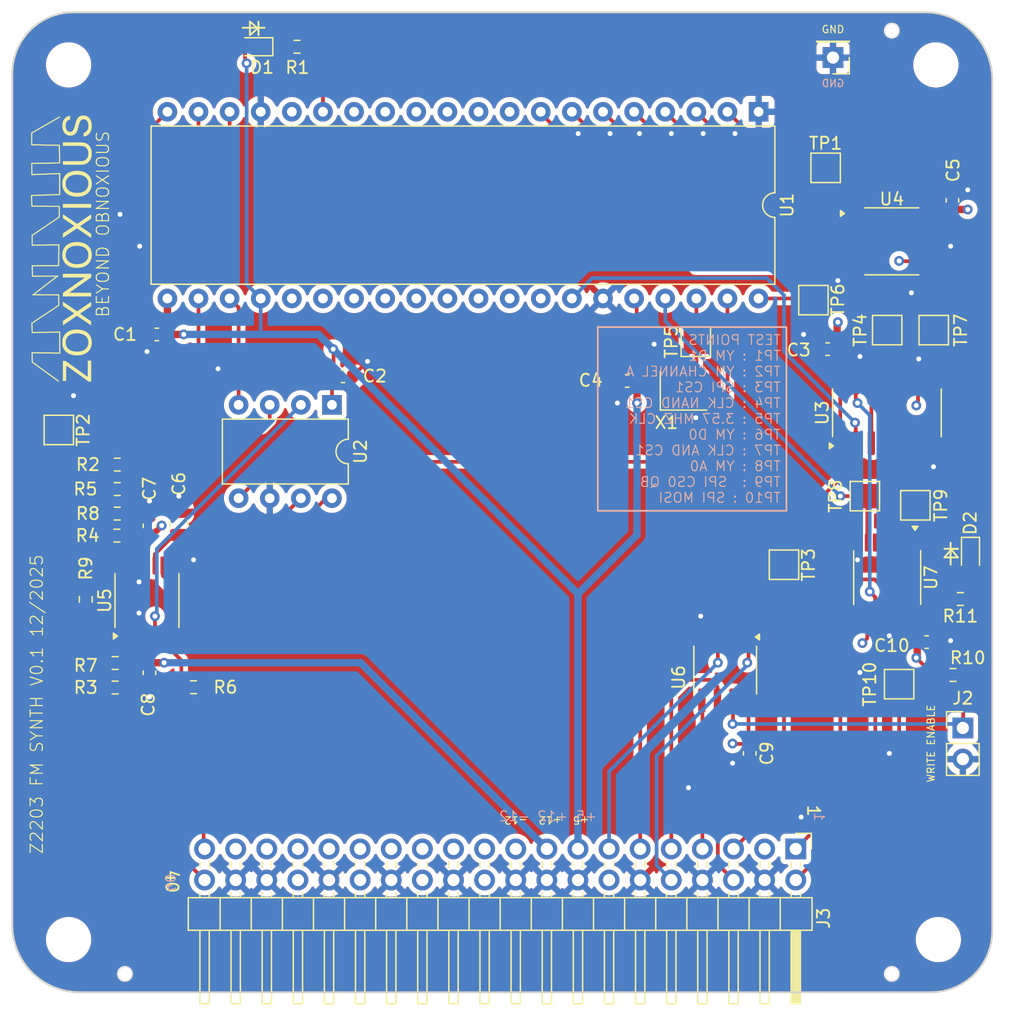
<source format=kicad_pcb>
(kicad_pcb (version 20221018) (generator pcbnew)
  (layers (0 "F.Cu" signal) (1 "In1.Cu" power) (2 "In2.Cu" mixed) (31 "B.Cu" signal) (34 "B.Paste" user) (35 "F.Paste" user) (36 "B.SilkS" user "B.Silkscreen") (37 "F.SilkS" user "F.Silkscreen") (38 "B.Mask" user) (39 "F.Mask" user) (44 "Edge.Cuts" user))
  (net 0 "")
  (net 1 "GND")
  (net 2 "-12V")
  (net 3 "Net-(U2-RB)")
  (net 4 "+12V")
  (net 5 "Net-(D1-K)")
  (net 6 "Net-(D2-K)")
  (net 7 "+5V")
  (net 8 "Net-(J2-Pin_1)")
  (net 9 "/SDA1")
  (net 10 "/SCL1")
  (net 26 "Net-(D2-A)")
  (net 27 "/I2C_ADDR0")
  (net 28 "/I2C_ADDR2")
  (net 29 "/I2C_ADDR1")
  (net 30 "/YM_CH_C")
  (net 31 "Net-(U5D--)")
  (net 32 "/YM_CH_B")
  (net 33 "/YM_CH_A")
  (net 34 "Net-(R3-Pad2)")
  (net 35 "Net-(R4-Pad2)")
  (net 36 "Net-(U5B--)")
  (net 37 "Net-(U1-IOA1)")
  (net 38 "Net-(U1-CLK_M)")
  (net 39 "/THIS_OUT2")
  (net 40 "/THIS_OUT1")
  (net 41 "/YM_A0")
  (net 42 "Net-(U5A--)")
  (net 43 "/SPI_CLK")
  (net 44 "/SPI_MOSI")
  (net 45 "/SPI_CS1")
  (net 46 "/SPI_CS0")
  (net 54 "/YM2203_SH")
  (net 55 "/YM2203_OP-O")
  (net 65 "/YM2203_CLKS")
  (net 66 "Net-(U2-BUFF)")
  (net 67 "Net-(U2-MP)")
  (net 68 "Net-(U7-QB)")
  (net 69 "Net-(U3-Pad12)")
  (net 75 "/CLK_CS1")
  (net 76 "/YM_D7")
  (net 77 "/YM_D6")
  (net 78 "/YM_D1")
  (net 79 "/YM_D2")
  (net 80 "/YM_D3")
  (net 81 "/YM_D4")
  (net 82 "/YM_D5")
  (net 83 "/YM_D0")
  (net 85 "/~CLK_CS1")
  (footprint "MountingHole:MountingHole_3.2mm_M3" (layer "F.Cu") (at 141 100.6 180)
    (fp_text reference "H4" hide)
    (fp_text value "MountingHole")
  )
  (footprint "MountingHole:MountingHole_3.2mm_M3" (layer "F.Cu") (at 140.8 29.2 180)
    (fp_text reference "H2" hide)
    (fp_text value "MountingHole")
  )
  (footprint "MountingHole:MountingHole_3.2mm_M3" (layer "F.Cu") (at 70 100.6 180)
    (fp_text reference "H3" hide)
    (fp_text value "MountingHole")
  )
  (footprint "MountingHole:MountingHole_3.2mm_M3" (layer "F.Cu") (at 70 29.2 180)
    (fp_text reference "H1" hide)
    (fp_text value "MountingHole")
  )
  (footprint "project_footprints:zoxnoxious_small" (layer "F.Cu") (at 69.4 44.2 90)
    (fp_text reference "G***" hide)
    (fp_text value "LOGO" hide)
  )
  (footprint "Resistor_SMD:R_0603_1608Metric" (layer "F.Cu") (at 88.65 27.715 180)
    (fp_text reference "R1")
    (fp_text value "4k7")
  )
  (footprint "LED_SMD:LED_0603_1608Metric" (layer "F.Cu") (at 85.1875 27.715 180)
    (fp_text reference "D1")
    (fp_text value "LED")
  )
  (footprint "Connector_PinHeader_2.54mm:PinHeader_2x20_P2.54mm_Horizontal" (layer "F.Cu") (at 129.36 93.2 -90)
    (fp_text reference "J3")
    (fp_text value "Conn_02x20_Odd_Even")
  )
  (footprint "Capacitor_SMD:C_0603_1608Metric" (layer "F.Cu") (at 125.6 85.4 90)
    (fp_text reference "C9")
    (fp_text value "0.1u")
  )
  (footprint "Package_SO:SOIC-8_3.9x4.9mm_P1.27mm" (layer "F.Cu") (at 123.6 78.6 -90)
    (fp_text reference "U6")
    (fp_text value "M24C02-WMN")
  )
  (footprint "TestPoint:TestPoint_Pad_2.0x2.0mm" (layer "F.Cu") (at 121.2 51.8 90)
    (fp_text reference "TP5")
    (fp_text value "TestPoint")
  )
  (footprint "TestPoint:TestPoint_Pad_2.0x2.0mm" (layer "F.Cu") (at 130.8 48.4 -90)
    (fp_text reference "TP6")
    (fp_text value "TestPoint")
  )
  (footprint "TestPoint:TestPoint_Pad_2.0x2.0mm" (layer "F.Cu") (at 69.2 59 -90)
    (fp_text reference "TP2")
    (fp_text value "TestPoint")
  )
  (footprint "TestPoint:TestPoint_Pad_2.0x2.0mm" (layer "F.Cu") (at 136.8225 50.85 -90)
    (fp_text reference "TP4")
    (fp_text value "TestPoint")
  )
  (footprint "Connector_PinHeader_2.54mm:PinHeader_1x02_P2.54mm_Vertical" (layer "F.Cu") (at 143 83.325)
    (fp_text reference "J2")
    (fp_text value "Conn_01x02")
  )
  (footprint "TestPoint:TestPoint_Pad_2.0x2.0mm" (layer "F.Cu") (at 131.8 37.6)
    (fp_text reference "TP1")
    (fp_text value "TestPoint")
  )
  (footprint "Resistor_SMD:R_0603_1608Metric" (layer "F.Cu") (at 73.8 78.025 180)
    (fp_text reference "R7")
    (fp_text value "47k")
  )
  (footprint "Resistor_SMD:R_0603_1608Metric" (layer "F.Cu") (at 142.7975 72.8)
    (fp_text reference "R11")
    (fp_text value "4k7")
  )
  (footprint "Package_SO:TSSOP-14_4.4x5mm_P0.65mm" (layer "F.Cu") (at 76.4 72.925 90)
    (fp_text reference "U5")
    (fp_text value "TL074")
  )
  (footprint "Capacitor_SMD:C_0603_1608Metric" (layer "F.Cu") (at 76.6 66.825 -90)
    (fp_text reference "C7")
    (fp_text value "0.1u")
  )
  (footprint "Package_SO:TSSOP-16_4.4x5mm_P0.65mm" (layer "F.Cu") (at 137.2 43.6)
    (fp_text reference "U4")
    (fp_text value "74HC595")
  )
  (footprint "Resistor_SMD:R_0603_1608Metric" (layer "F.Cu") (at 73.8 80.025 180)
    (fp_text reference "R3")
    (fp_text value "51")
  )
  (footprint "TestPoint:TestPoint_Pad_2.0x2.0mm" (layer "F.Cu") (at 139.1225 65.15 -90)
    (fp_text reference "TP9")
    (fp_text value "TestPoint")
  )
  (footprint "Resistor_SMD:R_0603_1608Metric" (layer "F.Cu") (at 80.2 80 180)
    (fp_text reference "R6")
    (fp_text value "51")
  )
  (footprint "Capacitor_SMD:C_0603_1608Metric" (layer "F.Cu") (at 92.405 54.62 180)
    (fp_text reference "C2")
    (fp_text value "0.1u")
  )
  (footprint "TestPoint:TestPoint_Pad_2.0x2.0mm" (layer "F.Cu") (at 128.4 70 -90)
    (fp_text reference "TP3")
    (fp_text value "TestPoint")
  )
  (footprint "Capacitor_SMD:C_0805_2012Metric" (layer "F.Cu") (at 79 66.625 90)
    (fp_text reference "C6")
    (fp_text value "10u")
  )
  (footprint "TestPoint:TestPoint_Pad_2.0x2.0mm" (layer "F.Cu") (at 137.8 79.75 -90)
    (fp_text reference "TP10")
    (fp_text value "TestPoint")
  )
  (footprint "Package_SO:TSSOP-16_4.4x5mm_P0.65mm" (layer "F.Cu") (at 136.8225 71.05 -90)
    (fp_text reference "U7")
    (fp_text value "74HC595")
  )
  (footprint "Oscillator:Oscillator_SMD_Abracon_ASE-4Pin_3.2x2.5mm" (layer "F.Cu") (at 120.2 55.8)
    (fp_text reference "X1")
    (fp_text value "SX3M3.57")
  )
  (footprint "Capacitor_SMD:C_0603_1608Metric" (layer "F.Cu") (at 131.96 52.4)
    (fp_text reference "C3")
    (fp_text value "0.1u")
  )
  (footprint "LED_SMD:LED_0603_1608Metric" (layer "F.Cu") (at 143.6225 69.25 -90)
    (fp_text reference "D2")
    (fp_text value "LED")
  )
  (footprint "TestPoint:TestPoint_Pad_2.0x2.0mm" (layer "F.Cu") (at 135 64.4 -90)
    (fp_text reference "TP8")
    (fp_text value "TestPoint")
  )
  (footprint "Resistor_SMD:R_0603_1608Metric" (layer "F.Cu") (at 73.975 65.825)
    (fp_text reference "R8")
    (fp_text value "47k")
  )
  (footprint "Resistor_SMD:R_0603_1608Metric" (layer "F.Cu") (at 71.4 72.825 -90)
    (fp_text reference "R9")
    (fp_text value "47k")
  )
  (footprint "Capacitor_SMD:C_0603_1608Metric" (layer "F.Cu") (at 76.6 78.825 90)
    (fp_text reference "C8")
    (fp_text value "0.1u")
  )
  (footprint "Package_DIP:DIP-8_W7.62mm" (layer "F.Cu") (at 91.5 56.95 -90)
    (fp_text reference "U2")
    (fp_text value "YM3014")
  )
  (footprint "Capacitor_SMD:C_0603_1608Metric" (layer "F.Cu") (at 115.6 55)
    (fp_text reference "C4")
    (fp_text value "0.1u")
  )
  (footprint "Package_SO:SOIC-14_3.9x8.7mm_P1.27mm" (layer "F.Cu") (at 136.8 57.6 90)
    (fp_text reference "U3")
    (fp_text value "74HC00")
  )
  (footprint "Capacitor_SMD:C_0603_1608Metric" (layer "F.Cu") (at 140.0475 76.3125 180)
    (fp_text reference "C10")
    (fp_text value "0.1u")
  )
  (footprint "Resistor_SMD:R_0603_1608Metric" (layer "F.Cu") (at 73.975 63.825)
    (fp_text reference "R5")
    (fp_text value "47k")
  )
  (footprint "Resistor_SMD:R_0603_1608Metric" (layer "F.Cu") (at 73.975 61.825)
    (fp_text reference "R2")
    (fp_text value "47k")
  )
  (footprint "Resistor_SMD:R_0603_1608Metric" (layer "F.Cu") (at 142.2 79)
    (fp_text reference "R10")
    (fp_text value "5k1")
  )
  (footprint "Connector_PinHeader_2.54mm:PinHeader_1x01_P2.54mm_Vertical" (layer "F.Cu") (at 132.4 28.6 180)
    (fp_text reference "J1" hide)
    (fp_text value "Conn_01x01")
  )
  (footprint "Capacitor_SMD:C_0603_1608Metric" (layer "F.Cu") (at 77.2 51.2)
    (fp_text reference "C1")
    (fp_text value "0.1u")
  )
  (footprint "Resistor_SMD:R_0603_1608Metric" (layer "F.Cu") (at 73.95 67.625 180)
    (fp_text reference "R4")
    (fp_text value "47k")
  )
  (footprint "Capacitor_SMD:C_0603_1608Metric" (layer "F.Cu") (at 142.15 40.25 -90)
    (fp_text reference "C5")
    (fp_text value "0.1u")
  )
  (footprint "TestPoint:TestPoint_Pad_2.0x2.0mm" (layer "F.Cu") (at 140.6225 50.85 -90)
    (fp_text reference "TP7")
    (fp_text value "TestPoint")
  )
  (footprint "Package_DIP:DIP-40_W15.24mm" (layer "F.Cu") (at 126.325 33.025 -90)
    (fp_text reference "U1")
    (fp_text value "YM2203")
  )
  (gr_rect (start 113.2 50.6) (end 128.6 65.6) (stroke (width 0.15)) (fill none) (layer "B.SilkS"))
  (gr_line (start 84.8 25.665) (end 84.8 26.765) (stroke (width 0.15)) (layer "F.SilkS"))
  (gr_line (start 85.5 25.665) (end 85.5 26.765) (stroke (width 0.15)) (layer "F.SilkS"))
  (gr_line (start 84.8 26.765) (end 85.5 26.165) (stroke (width 0.15)) (layer "F.SilkS"))
  (gr_line (start 85.5 26.765) (end 85.5 26.265) (stroke (width 0.15)) (layer "F.SilkS"))
  (gr_line (start 85.5 26.265) (end 84.8 25.665) (stroke (width 0.15)) (layer "F.SilkS"))
  (gr_line (start 86 26.165) (end 84.2 26.165) (stroke (width 0.15)) (layer "F.SilkS"))
  (gr_line (start 141.5 68.7) (end 142.6 68.7) (stroke (width 0.15)) (layer "F.SilkS"))
  (gr_line (start 141.5 69.4) (end 142.6 69.4) (stroke (width 0.15)) (layer "F.SilkS"))
  (gr_line (start 142 68.2) (end 142 70) (stroke (width 0.15)) (layer "F.SilkS"))
  (gr_line (start 142.6 69.4) (end 142 68.7) (stroke (width 0.15)) (layer "F.SilkS"))
  (gr_line (start 142.6 68.7) (end 142.1 68.7) (stroke (width 0.15)) (layer "F.SilkS"))
  (gr_line (start 142.1 68.7) (end 141.5 69.4) (stroke (width 0.15)) (layer "F.SilkS"))
  (gr_arc (start 70.9 104.9) (mid 67.010913 103.289087) (end 65.4 99.4) (stroke (width 0.15)) (layer "Edge.Cuts"))
  (gr_arc (start 145.4 99.9) (mid 143.935534 103.435534) (end 140.4 104.9) (stroke (width 0.15)) (layer "Edge.Cuts"))
  (gr_line (start 140.4 104.9) (end 70.9 104.9) (stroke (width 0.15)) (layer "Edge.Cuts"))
  (gr_arc (start 65.4 29.9) (mid 66.864466 26.364466) (end 70.4 24.9) (stroke (width 0.15)) (layer "Edge.Cuts"))
  (gr_arc (start 139.9 24.9) (mid 143.789087 26.510913) (end 145.4 30.4) (stroke (width 0.15)) (layer "Edge.Cuts"))
  (gr_line (start 70.4 24.9) (end 139.9 24.9) (stroke (width 0.15)) (layer "Edge.Cuts"))
  (gr_line (start 145.4 99.9) (end 145.4 30.4) (stroke (width 0.15)) (layer "Edge.Cuts"))
  (gr_line (start 65.4 29.9) (end 65.4 99.4) (stroke (width 0.15)) (layer "Edge.Cuts"))
  (gr_circle (center 74.6 103.4) (end 74.024 103.4) (stroke (width 0.05)) (fill none) (layer "Edge.Cuts"))
  (gr_circle (center 137.2 26.4) (end 136.624 26.4) (stroke (width 0.05)) (fill none) (layer "Edge.Cuts"))
  (gr_circle (center 137.2 103.4) (end 136.624 103.4) (stroke (width 0.05)) (fill none) (layer "Edge.Cuts"))
  (gr_text "TEST POINTS\nTP1 : YM D1\nTP2 : YM CHANNEL A\nTP3 : SPI CS1\nTP4 : CLK NAND CS1\nTP5 : 3.57 MHZ CLK\nTP6 : YM D0\nTP7 : CLK AND CS1\nTP8 : YM A0\nTP9 :  SPI CS0 QB\nTP10 : SPI MOSI" (at 128.2 65) (layer "B.SilkS") (effects (font (size 0.8 0.8) (thickness 0.09)) (justify left bottom mirror)))
  (gr_text "+5 +12 -12" (at 113.2 91) (layer "B.SilkS") (effects (font (size 0.8 0.8) (thickness 0.09)) (justify left bottom mirror)))
  (gr_text "1" (at 130.8 91 -90) (layer "B.SilkS") (effects (font (size 0.8 0.8) (thickness 0.09)) (justify left bottom mirror)))
  (gr_text "40" (at 77.8 96.8 270) (layer "B.SilkS") (effects (font (size 0.8 0.8) (thickness 0.09)) (justify left bottom mirror)))
  (gr_text "GND" (at 132.4 30.7) (layer "B.SilkS") (effects (font (size 0.6 0.6) (thickness 0.09)) (justify mirror)))
  (gr_text "+5  +12  -12" (at 109.035 90.85 180) (layer "F.SilkS") (effects (font (size 0.6 0.6) (thickness 0.09))))
  (gr_text "40" (at 78.435 95.85 270) (layer "F.SilkS") (effects (font (size 1 1))))
  (gr_text "BEYOND OBNOXIOUS" (at 72.8 42.2 90) (layer "F.SilkS") (effects (font (size 1 1) (thickness 0.09))))
  (gr_text "WRITE ENABLE" (at 140.4 84.6 90) (layer "F.SilkS") (effects (font (size 0.6 0.6) (thickness 0.09))))
  (gr_text "1" (at 130.820001 90.079999 270) (layer "F.SilkS") (effects (font (size 1 1))))
  (gr_text "Z2203 FM SYNTH V0.1 12/2025" (at 67.4 81.4 90) (layer "F.SilkS") (effects (font (size 1 1) (thickness 0.09))))
  (gr_text "GND" (at 132.4 26.3) (layer "F.SilkS") (effects (font (size 0.6 0.6) (thickness 0.09))))
  (segment (start 75.75 71.4) (end 75.75 70.0625) (width 0.3) (layer "F.Cu") (net 1))
  (segment (start 134.4 69.6) (end 134.5475 69.4525) (width 0.3) (layer "F.Cu") (net 1))
  (segment (start 125.6 86.175) (end 124.225 86.175) (width 0.3) (layer "F.Cu") (net 1))
  (segment (start 141.8875 76.3125) (end 142 76.2) (width 0.3) (layer "F.Cu") (net 1))
  (segment (start 141.275 43.275) (end 142 44) (width 0.3) (layer "F.Cu") (net 1))
  (segment (start 114.825 56.775) (end 114.8 56.8) (width 0.6) (layer "F.Cu") (net 1))
  (segment (start 133.725 45.875) (end 134.3375 45.875) (width 0.3) (layer "F.Cu") (net 1))
  (segment (start 140.8225 76.3125) (end 141.8875 76.3125) (width 0.6) (layer "F.Cu") (net 1))
  (segment (start 76.6 66.05) (end 76.6 64.8) (width 0.6) (layer "F.Cu") (net 1))
  (segment (start 76.425 51.2) (end 76.425 52.575) (width 0.6) (layer "F.Cu") (net 1))
  (segment (start 140.61 60.075) (end 140.61 61.99) (width 0.3) (layer "F.Cu") (net 1))
  (segment (start 75.75 73.95) (end 75.75 75.7875) (width 0.3) (layer "F.Cu") (net 1))
  (segment (start 131.185 52.385) (end 131.185 52.4) (width 0.3) (layer "F.Cu") (net 1))
  (segment (start 143.325 39.475) (end 143.4 39.4) (width 0.3) (layer "F.Cu") (net 1))
  (segment (start 93.18 54.62) (end 94.4 53.4) (width 0.3) (layer "F.Cu") (net 1))
  (segment (start 140.61 61.99) (end 140.6 62) (width 0.3) (layer "F.Cu") (net 1))
  (segment (start 121.695 76.125) (end 121.695 74.295) (width 0.3) (layer "F.Cu") (net 1))
  (segment (start 140.0625 43.275) (end 141.275 43.275) (width 0.3) (layer "F.Cu") (net 1))
  (segment (start 124.225 86.175) (end 124.2 86.2) (width 0.3) (layer "F.Cu") (net 1))
  (segment (start 134.5475 69.4525) (end 134.5475 68.1875) (width 0.3) (layer "F.Cu") (net 1))
  (segment (start 121.25 57.95) (end 121.25 56.625) (width 0.3) (layer "F.Cu") (net 1))
  (segment (start 121.695 74.295) (end 121.6 74.2) (width 0.3) (layer "F.Cu") (net 1))
  (segment (start 121.2 58) (end 121.25 57.95) (width 0.3) (layer "F.Cu") (net 1))
  (segment (start 137.1475 73.9125) (end 137.1475 75.6525) (width 0.3) (layer "F.Cu") (net 1))
  (segment (start 76.425 52.575) (end 76.4 52.6) (width 0.3) (layer "F.Cu") (net 1))
  (segment (start 76.6 79.6) (end 76.6 80.8) (width 0.6) (layer "F.Cu") (net 1))
  (segment (start 137.1475 75.6525) (end 137 75.8) (width 0.3) (layer "F.Cu") (net 1))
  (segment (start 114.825 55) (end 114.825 56.775) (width 0.6) (layer "F.Cu") (net 1))
  (segment (start 142.15 39.475) (end 143.325 39.475) (width 0.3) (layer "F.Cu") (net 1))
  (segment (start 79 65.675) (end 79 64.4) (width 0.3) (layer "F.Cu") (net 1))
  (segment (start 130 51.2) (end 131.185 52.385) (width 0.3) (layer "F.Cu") (net 1))
  (segment (start 132.8 46.8) (end 133.725 45.875) (width 0.3) (layer "F.Cu") (net 1))
  (via (at 114.2 34.8) (size 0.8) (drill 0.4) (layers "F.Cu" "B.Cu") (net 1))
  (via (at 75.75 71.4) (size 0.8) (drill 0.4) (layers "F.Cu" "B.Cu") (net 1))
  (via (at 116.6 34.8) (size 0.8) (drill 0.4) (layers "F.Cu" "B.Cu") (net 1))
  (via (at 121.8 34.8) (size 0.8) (drill 0.4) (layers "F.Cu" "B.Cu") (net 1))
  (via (at 94.4 53.4) (size 0.8) (drill 0.4) (layers "F.Cu" "B.Cu") (net 1))
  (via (at 124.2 86.2) (size 0.8) (drill 0.4) (layers "F.Cu" "B.Cu") (net 1))
  (via (at 134.6 78.8) (size 0.8) (drill 0.4) (layers "F.Cu" "B.Cu") (net 1))
  (via (at 137 75.8) (size 0.8) (drill 0.4) (layers "F.Cu" "B.Cu") (net 1))
  (via (at 70.4 56.2) (size 0.8) (drill 0.4) (layers "F.Cu" "B.Cu") (net 1))
  (via (at 124.4 34.8) (size 0.8) (drill 0.4) (layers "F.Cu" "B.Cu") (net 1))
  (via (at 137 85.4) (size 0.8) (drill 0.4) (layers "F.Cu" "B.Cu") (net 1))
  (via (at 138.8 47.8) (size 0.8) (drill 0.4) (layers "F.Cu" "B.Cu") (net 1))
  (via (at 120.6 88.2) (size 0.8) (drill 0.4) (layers "F.Cu" "B.Cu") (net 1))
  (via (at 76.6 80.8) (size 0.8) (drill 0.4) (layers "F.Cu" "B.Cu") (net 1))
  (via (at 142 76.2) (size 0.8) (drill 0.4) (layers "F.Cu" "B.Cu") (net 1))
  (via (at 76.4 52.6) (size 0.8) (drill 0.4) (layers "F.Cu" "B.Cu") (net 1))
  (via (at 139.4 53.2) (size 0.8) (drill 0.4) (layers "F.Cu" "B.Cu") (net 1))
  (via (at 76.6 64.8) (size 0.8) (drill 0.4) (layers "F.Cu" "B.Cu") (net 1))
  (via (at 143.4 39.4) (size 0.8) (drill 0.4) (layers "F.Cu" "B.Cu") (net 1))
  (via (at 75.8 44) (size 0.8) (drill 0.4) (layers "F.Cu" "B.Cu") (net 1))
  (via (at 117.8 52) (size 0.8) (drill 0.4) (layers "F.Cu" "B.Cu") (net 1))
  (via (at 134.6 53) (size 0.8) (drill 0.4) (layers "F.Cu" "B.Cu") (net 1))
  (via (at 142 44) (size 0.8) (drill 0.4) (layers "F.Cu" "B.Cu") (net 1))
  (via (at 130 51.2) (size 0.8) (drill 0.4) (layers "F.Cu" "B.Cu") (net 1))
  (via (at 80.2 69.6) (size 0.8) (drill 0.4) (layers "F.Cu" "B.Cu") (net 1))
  (via (at 75.75 73.95) (size 0.8) (drill 0.4) (layers "F.Cu" "B.Cu") (net 1))
  (via (at 79 64.4) (size 0.8) (drill 0.4) (layers "F.Cu" "B.Cu") (net 1))
  (via (at 74.2 41.4) (size 0.8) (drill 0.4) (layers "F.Cu" "B.Cu") (net 1))
  (via (at 82.2 54) (size 0.8) (drill 0.4) (layers "F.Cu" "B.Cu") (net 1))
  (via (at 119.2 34.8) (size 0.8) (drill 0.4) (layers "F.Cu" "B.Cu") (net 1))
  (via (at 111.6 34.8) (size 0.8) (drill 0.4) (layers "F.Cu" "B.Cu") (net 1))
  (via (at 132.8 46.8) (size 0.8) (drill 0.4) (layers "F.Cu" "B.Cu") (net 1))
  (via (at 121.2 58) (size 0.8) (drill 0.4) (layers "F.Cu" "B.Cu") (net 1))
  (via (at 114.8 56.8) (size 0.8) (drill 0.4) (layers "F.Cu" "B.Cu") (net 1))
  (via (at 129.8 90.6) (size 0.8) (drill 0.4) (layers "F.Cu" "B.Cu") (net 1))
  (via (at 140.6 62) (size 0.8) (drill 0.4) (layers "F.Cu" "B.Cu") (net 1))
  (via (at 121.6 74.2) (size 0.8) (drill 0.4) (layers "F.Cu" "B.Cu") (net 1))
  (via (at 134.4 69.6) (size 0.8) (drill 0.4) (layers "F.Cu" "B.Cu") (net 1))
  (segment (start 77.6 66.8) (end 76.8 67.6) (width 0.5) (layer "F.Cu") (net 2))
  (segment (start 76.8 67.6) (end 76.6 67.6) (width 0.5) (layer "F.Cu") (net 2))
  (segment (start 76.4 67.8) (end 76.6 67.6) (width 0.3) (layer "F.Cu") (net 2))
  (segment (start 76.4 70.0625) (end 76.4 67.8) (width 0.3) (layer "F.Cu") (net 2))
  (via (at 77.6 66.8) (size 0.8) (drill 0.4) (layers "F.Cu" "B.Cu") (net 2))
  (segment (start 77.05 69.1375) (end 78.6125 67.575) (width 0.3) (layer "F.Cu") (net 3))
  (segment (start 85.955 67.575) (end 79 67.575) (width 0.3) (layer "F.Cu") (net 3))
  (segment (start 88.96 64.57) (end 85.955 67.575) (width 0.3) (layer "F.Cu") (net 3))
  (segment (start 78.6125 67.575) (end 79 67.575) (width 0.3) (layer "F.Cu") (net 3))
  (segment (start 77.05 70.0625) (end 77.05 69.1375) (width 0.3) (layer "F.Cu") (net 3))
  (segment (start 77.8 78) (end 76.65 78) (width 0.6) (layer "F.Cu") (net 4))
  (segment (start 76.65 78) (end 76.6 78.05) (width 0.3) (layer "F.Cu") (net 4))
  (segment (start 76.4 75.7875) (end 76.4 77.85) (width 0.3) (layer "F.Cu") (net 4))
  (segment (start 76.4 77.85) (end 76.6 78.05) (width 0.3) (layer "F.Cu") (net 4))
  (via (at 77.8 78) (size 0.8) (drill 0.4) (layers "F.Cu" "B.Cu") (net 4))
  (segment (start 93.84 78) (end 77.8 78) (width 0.6) (layer "B.Cu") (net 4))
  (segment (start 109.04 93.2) (end 93.84 78) (width 0.6) (layer "B.Cu") (net 4))
  (segment (start 85.975 27.715) (end 87.825 27.715) (width 0.3) (layer "F.Cu") (net 5))
  (segment (start 142.9375 68.4625) (end 143.6225 68.4625) (width 0.3) (layer "F.Cu") (net 6))
  (segment (start 138.4475 73.9125) (end 138.4475 72.9525) (width 0.3) (layer "F.Cu") (net 6))
  (segment (start 138.4475 72.9525) (end 142.9375 68.4625) (width 0.3) (layer "F.Cu") (net 6))
  (segment (start 91.63 52.43) (end 91.6 52.4) (width 0.3) (layer "F.Cu") (net 7))
  (segment (start 84.4 27.715) (end 84.4 28.93) (width 0.3) (layer "F.Cu") (net 7))
  (segment (start 139.6 72.8) (end 139.0975 73.3025) (width 0.3) (layer "F.Cu") (net 7))
  (segment (start 132.99 55.125) (end 132.99 60.075) (width 0.3) (layer "F.Cu") (net 7))
  (segment (start 137.825 45.225) (end 137.8 45.2) (width 0.3) (layer "F.Cu") (net 7))
  (segment (start 132.735 52.4) (end 132.735 50.265) (width 0.6) (layer "F.Cu") (net 7))
  (segment (start 125.6 84.625) (end 125.505 84.53) (width 0.3) (layer "F.Cu") (net 7))
  (segment (start 119.125 55) (end 119.15 54.975) (width 0.6) (layer "F.Cu") (net 7))
  (segment (start 139.2725 77.5275) (end 139.2 77.6) (width 0.3) (layer "F.Cu") (net 7))
  (segment (start 139.2725 76.3125) (end 139.2725 77.5275) (width 0.6) (layer "F.Cu") (net 7))
  (segment (start 139.0975 73.3025) (end 139.0975 73.9125) (width 0.3) (layer "F.Cu") (net 7))
  (segment (start 91.63 54.62) (end 91.63 52.43) (width 0.3) (layer "F.Cu") (net 7))
  (segment (start 116.375 55) (end 116.375 48.475) (width 0.3) (layer "F.Cu") (net 7))
  (segment (start 91.5 56.95) (end 91.5 54.75) (width 0.3) (layer "F.Cu") (net 7))
  (segment (start 132.735 50.265) (end 132.8 50.2) (width 0.6) (layer "F.Cu") (net 7))
  (segment (start 141.9725 72.8) (end 139.6 72.8) (width 0.3) (layer "F.Cu") (net 7))
  (segment (start 139.0975 76.1375) (end 139.2725 76.3125) (width 0.3) (layer "F.Cu") (net 7))
  (segment (start 140.0625 41.325) (end 141.85 41.325) (width 0.3) (layer "F.Cu") (net 7))
  (segment (start 141.85 41.325) (end 142.15 41.025) (width 0.3) (layer "F.Cu") (net 7))
  (segment (start 119.15 54.975) (end 119.15 56.625) (width 0.6) (layer "F.Cu") (net 7))
  (segment (start 125.6 84.625) (end 124.225 84.625) (width 0.3) (layer "F.Cu") (net 7))
  (segment (start 139.34 56.86) (end 139.2 57) (width 0.3) (layer "F.Cu") (net 7))
  (segment (start 124.225 84.625) (end 124.2 84.6) (width 0.3) (layer "F.Cu") (net 7))
  (segment (start 78.065 48.265) (end 78.065 51.11) (width 0.6) (layer "F.Cu") (net 7))
  (segment (start 132.99 55.125) (end 132.99 52.655) (width 0.3) (layer "F.Cu") (net 7))
  (segment (start 77.975 51.2) (end 79.4 51.2) (width 0.6) (layer "F.Cu") (net 7))
  (segment (start 132.99 52.655) (end 132.735 52.4) (width 0.3) (layer "F.Cu") (net 7))
  (segment (start 116.4 55.025) (end 116.375 55) (width 0.6) (layer "F.Cu") (net 7))
  (segment (start 116.375 48.475) (end 116.165 48.265) (width 0.3) (layer "F.Cu") (net 7))
  (segment (start 91.5 54.75) (end 91.63 54.62) (width 0.3) (layer "F.Cu") (net 7))
  (segment (start 139.34 55.125) (end 139.34 56.86) (width 0.3) (layer "F.Cu") (net 7))
  (segment (start 140.6 79) (end 141.375 79) (width 0.3) (layer "F.Cu") (net 7))
  (segment (start 139.2 77.6) (end 140.6 79) (width 0.3) (layer "F.Cu") (net 7))
  (segment (start 116.375 55) (end 119.125 55) (width 0.6) (layer "F.Cu") (net 7))
  (segment (start 116.4 56.8) (end 116.4 55.025) (width 0.6) (layer "F.Cu") (net 7))
  (segment (start 84.4 28.93) (end 84.535 29.065) (width 0.3) (layer "F.Cu") (net 7))
  (segment (start 135.1975 76.0025) (end 134.8 76.4) (width 0.3) (layer "F.Cu") (net 7))
  (segment (start 140.0625 45.225) (end 137.825 45.225) (width 0.3) (layer "F.Cu") (net 7))
  (segment (start 142.175 41) (end 142.15 41.025) (width 0.6) (layer "F.Cu") (net 7))
  (segment (start 143.4 41) (end 142.175 41) (width 0.6) (layer "F.Cu") (net 7))
  (segment (start 78.065 51.11) (end 77.975 51.2) (width 0.3) (layer "F.Cu") (net 7))
  (segment (start 139.0975 73.9125) (end 139.0975 76.1375) (width 0.3) (layer "F.Cu") (net 7))
  (segment (start 125.505 84.53) (end 125.505 81.075) (width 0.3) (layer "F.Cu") (net 7))
  (segment (start 135.1975 73.9125) (end 135.1975 76.0025) (width 0.3) (layer "F.Cu") (net 7))
  (via (at 139.2 77.6) (size 0.8) (drill 0.4) (layers "F.Cu" "B.Cu") (net 7))
  (via (at 116.4 56.8) (size 0.8) (drill 0.4) (layers "F.Cu" "B.Cu") (net 7))
  (via (at 124.2 84.6) (size 0.8) (drill 0.4) (layers "F.Cu" "B.Cu") (net 7))
  (via (at 91.6 52.4) (size 0.8) (drill 0.4) (layers "F.Cu" "B.Cu") (net 7))
  (via (at 84.535 29.065) (size 0.8) (drill 0.4) (layers "F.Cu" "B.Cu") (net 7))
  (via (at 132.8 50.2) (size 0.8) (drill 0.4) (layers "F.Cu" "B.Cu") (net 7))
  (via (at 134.8 76.4) (size 0.8) (drill 0.4) (layers "F.Cu" "B.Cu") (net 7))
  (via (at 137.8 45.2) (size 0.8) (drill 0.4) (layers "F.Cu" "B.Cu") (net 7))
  (via (at 79.4 51.2) (size 0.8) (drill 0.4) (layers "F.Cu" "B.Cu") (net 7))
  (via (at 139.2 57) (size 0.8) (drill 0.4) (layers "F.Cu" "B.Cu") (net 7))
  (via (at 143.4 41) (size 0.8) (drill 0.4) (layers "F.Cu" "B.Cu") (net 7))
  (segment (start 85.6 51.2) (end 79.4 51.2) (width 0.6) (layer "B.Cu") (net 7))
  (segment (start 111.58 72.38) (end 116.4 67.56) (width 0.6) (layer "B.Cu") (net 7))
  (segment (start 84.535 47.115) (end 85.685 48.265) (width 0.3) (layer "B.Cu") (net 7))
  (segment (start 85.685 48.265) (end 85.685 51.115) (width 0.3) (layer "B.Cu") (net 7))
  (segment (start 111.58 72.38) (end 92.4 53.2) (width 0.6) (layer "B.Cu") (net 7))
  (segment (start 84.535 29.065) (end 84.535 47.115) (width 0.3) (layer "B.Cu") (net 7))
  (segment (start 91.6 52.4) (end 90.4 51.2) (width 0.6) (layer "B.Cu") (net 7))
  (segment (start 116.4 67.56) (end 116.4 56.8) (width 0.6) (layer "B.Cu") (net 7))
  (segment (start 92.4 53.2) (end 91.8 52.6) (width 0.6) (layer "B.Cu") (net 7))
  (segment (start 90.4 51.2) (end 85.6 51.2) (width 0.6) (layer "B.Cu") (net 7))
  (segment (start 111.58 72.38) (end 111.58 93.2) (width 0.6) (layer "B.Cu") (net 7))
  (segment (start 91.8 52.6) (end 91.6 52.4) (width 0.6) (layer "B.Cu") (net 7))
  (segment (start 124.235 82.965) (end 124.2 83) (width 0.3) (layer "F.Cu") (net 8))
  (segment (start 124.235 81.075) (end 124.235 82.965) (width 0.3) (layer "F.Cu") (net 8))
  (segment (start 143.025 79) (end 143.025 83.3) (width 0.3) (layer "F.Cu") (net 8))
  (segment (start 143.025 83.3) (end 143 83.325) (width 0.3) (layer "F.Cu") (net 8))
  (via (at 124.2 83) (size 0.8) (drill 0.4) (layers "F.Cu" "B.Cu") (net 8))
  (segment (start 124.2 83) (end 142.675 83) (width 0.3) (layer "B.Cu") (net 8))
  (segment (start 142.675 83) (end 143 83.325) (width 0.3) (layer "B.Cu") (net 8))
  (segment (start 121.74 81.12) (end 121.695 81.075) (width 0.3) (layer "F.Cu") (net 9))
  (segment (start 121.74 93.2) (end 121.74 81.12) (width 0.3) (layer "F.Cu") (net 9))
  (segment (start 119.2 80.6) (end 120.4 79.4) (width 0.3) (layer "F.Cu") (net 10))
  (segment (start 120.4 79.4) (end 122.4 79.4) (width 0.3) (layer "F.Cu") (net 10))
  (segment (start 122.4 79.4) (end 122.965 79.965) (width 0.3) (layer "F.Cu") (net 10))
  (segment (start 122.965 79.965) (end 122.965 81.075) (width 0.3) (layer "F.Cu") (net 10))
  (segment (start 119.2 93.2) (end 119.2 80.6) (width 0.3) (layer "F.Cu") (net 10))
  (segment (start 143.6225 70.0375) (end 143.6225 72.8) (width 0.3) (layer "F.Cu") (net 26))
  (segment (start 125.505 77.895) (end 125.505 76.125) (width 0.3) (layer "F.Cu") (net 27))
  (segment (start 125.4 78) (end 125.505 77.895) (width 0.3) (layer "F.Cu") (net 27))
  (via (at 125.4 78) (size 0.8) (drill 0.4) (layers "F.Cu" "B.Cu") (net 27))
  (segment (start 125.4 78.2) (end 118 85.6) (width 0.3) (layer "B.Cu") (net 27))
  (segment (start 125.4 78) (end 125.4 78.2) (width 0.3) (layer "B.Cu") (net 27))
  (segment (start 118 94.54) (end 119.2 95.74) (width 0.3) (layer "B.Cu") (net 27))
  (segment (start 118 85.6) (end 118 94.54) (width 0.3) (layer "B.Cu") (net 27))
  (segment (start 123 76.16) (end 122.965 76.125) (width 0.3) (layer "F.Cu") (net 28))
  (segment (start 123 78) (end 123 76.16) (width 0.3) (layer "F.Cu") (net 28))
  (via (at 123 78) (size 0.8) (drill 0.4) (layers "F.Cu" "B.Cu") (net 28))
  (segment (start 114.12 93.2) (end 114.12 86.88) (width 0.3) (layer "B.Cu") (net 28))
  (segment (start 114.12 86.88) (end 123 78) (width 0.3) (layer "B.Cu") (net 28))
  (segment (start 124.235 74.635) (end 124.235 76.125) (width 0.3) (layer "F.Cu") (net 29))
  (segment (start 122.8 73.2) (end 124.235 74.635) (width 0.3) (layer "F.Cu") (net 29))
  (segment (start 116.66 93.2) (end 116.66 76.54) (width 0.3) (layer "F.Cu") (net 29))
  (segment (start 120 73.2) (end 122.8 73.2) (width 0.3) (layer "F.Cu") (net 29))
  (segment (start 116.66 76.54) (end 120 73.2) (width 0.3) (layer "F.Cu") (net 29))
  (segment (start 83.145 39.455) (end 73.15 49.45) (width 0.3) (layer "F.Cu") (net 30))
  (segment (start 83.145 33.025) (end 83.145 39.455) (width 0.3) (layer "F.Cu") (net 30))
  (segment (start 73.15 49.45) (end 73.15 61.825) (width 0.3) (layer "F.Cu") (net 30))
  (segment (start 75.1 70.0625) (end 75.1 68.7) (width 0.3) (layer "F.Cu") (net 31))
  (segment (start 74.8 63.825) (end 74.8 65.825) (width 0.3) (layer "F.Cu") (net 31))
  (segment (start 74.8 61.825) (end 74.8 63.825) (width 0.3) (layer "F.Cu") (net 31))
  (segment (start 74.775 68.375) (end 74.775 67.625) (width 0.3) (layer "F.Cu") (net 31))
  (segment (start 75.1 68.7) (end 74.775 68.375) (width 0.3) (layer "F.Cu") (net 31))
  (segment (start 74.8 67.6) (end 74.775 67.625) (width 0.3) (layer "F.Cu") (net 31))
  (segment (start 74.8 65.825) (end 74.8 67.6) (width 0.3) (layer "F.Cu") (net 31))
  (segment (start 71.4 62.075) (end 73.15 63.825) (width 0.3) (layer "F.Cu") (net 32))
  (segment (start 71.4 46.4) (end 71.4 62.075) (width 0.3) (layer "F.Cu") (net 32))
  (segment (start 80.605 33.025) (end 80.605 37.195) (width 0.3) (layer "F.Cu") (net 32))
  (segment (start 80.605 37.195) (end 71.4 46.4) (width 0.3) (layer "F.Cu") (net 32))
  (segment (start 69.2 61.875) (end 73.15 65.825) (width 0.3) (layer "F.Cu") (net 33))
  (segment (start 78.065 33.025) (end 69.2 41.89) (width 0.3) (layer "F.Cu") (net 33))
  (segment (start 69.2 59) (end 69.2 61.875) (width 0.3) (layer "F.Cu") (net 33))
  (segment (start 69.2 41.89) (end 69.2 59) (width 0.3) (layer "F.Cu") (net 33))
  (segment (start 74.45 75.7875) (end 74.45 76.35) (width 0.3) (layer "F.Cu") (net 34))
  (segment (start 72.975 77.825) (end 72.975 78.025) (width 0.3) (layer "F.Cu") (net 34))
  (segment (start 72.975 78.025) (end 72.975 80.025) (width 0.3) (layer "F.Cu") (net 34))
  (segment (start 74.45 76.35) (end 72.975 77.825) (width 0.3) (layer "F.Cu") (net 34))
  (segment (start 74.45 70.75) (end 73.2 72) (width 0.3) (layer "F.Cu") (net 35))
  (segment (start 73.125 67.975) (end 73.125 67.625) (width 0.3) (layer "F.Cu") (net 35))
  (segment (start 73.2 72) (end 71.4 72) (width 0.3) (layer "F.Cu") (net 35))
  (segment (start 74.45 70.0625) (end 74.45 69.3) (width 0.3) (layer "F.Cu") (net 35))
  (segment (start 74.45 70.0625) (end 74.45 70.75) (width 0.3) (layer "F.Cu") (net 35))
  (segment (start 74.45 69.3) (end 73.125 67.975) (width 0.3) (layer "F.Cu") (net 35))
  (segment (start 79.2 77.8) (end 79.2 79.825) (width 0.3) (layer "F.Cu") (net 36))
  (segment (start 78.35 75.7875) (end 78.35 76.95) (width 0.3) (layer "F.Cu") (net 36))
  (segment (start 78.35 76.95) (end 79.2 77.8) (width 0.3) (layer "F.Cu") (net 36))
  (segment (start 77.7 75.7875) (end 77.7 76.7) (width 0.3) (layer "F.Cu") (net 36))
  (segment (start 79.2 79.825) (end 79.375 80) (width 0.3) (layer "F.Cu") (net 36))
  (segment (start 77.95 76.95) (end 78.35 76.95) (width 0.3) (layer "F.Cu") (net 36))
  (segment (start 77.7 76.7) (end 77.95 76.95) (width 0.3) (layer "F.Cu") (net 36))
  (segment (start 90.765 33.025) (end 90.765 29.005) (width 0.3) (layer "F.Cu") (net 37))
  (segment (start 90.765 29.005) (end 89.475 27.715) (width 0.3) (layer "F.Cu") (net 37))
  (segment (start 121.25 51.85) (end 121.2 51.8) (width 0.3) (layer "F.Cu") (net 38))
  (segment (start 121.245 48.265) (end 121.245 51.755) (width 0.3) (layer "F.Cu") (net 38))
  (segment (start 121.245 51.755) (end 121.2 51.8) (width 0.3) (layer "F.Cu") (net 38))
  (segment (start 121.25 54.975) (end 121.25 51.85) (width 0.3) (layer "F.Cu") (net 38))
  (segment (start 74.625 80.025) (end 74.625 89.265) (width 0.3) (layer "F.Cu") (net 39))
  (segment (start 74.625 89.265) (end 81.1 95.74) (width 0.3) (layer "F.Cu") (net 39))
  (segment (start 81.025 80) (end 81.025 93.125) (width 0.3) (layer "F.Cu") (net 40))
  (segment (start 81.025 93.125) (end 81.1 93.2) (width 0.3) (layer "F.Cu") (net 40))
  (segment (start 135.1975 64.5975) (end 135 64.4) (width 0.3) (layer "F.Cu") (net 41))
  (segment (start 135 64.4) (end 133 64.4) (width 0.3) (layer "F.Cu") (net 41))
  (segment (start 135.1975 68.1875) (end 135.1975 64.5975) (width 0.3) (layer "F.Cu") (net 41))
  (via (at 133 64.4) (size 0.8) (drill 0.4) (layers "F.Cu" "B.Cu") (net 41))
  (segment (start 133 64.4) (end 118.705 50.105) (width 0.3) (layer "B.Cu") (net 41))
  (segment (start 118.705 50.105) (end 118.705 48.265) (width 0.3) (layer "B.Cu") (net 41))
  (segment (start 75.1 77.55) (end 74.625 78.025) (width 0.3) (layer "F.Cu") (net 42))
  (segment (start 75.1 75.7875) (end 75.1 77.55) (width 0.3) (layer "F.Cu") (net 42))
  (segment (start 71.4 73.65) (end 74.05 73.65) (width 0.3) (layer "F.Cu") (net 42))
  (segment (start 74.05 73.65) (end 75.1 74.7) (width 0.3) (layer "F.Cu") (net 42))
  (segment (start 75.1 74.7) (end 75.1 75.7875) (width 0.3) (layer "F.Cu") (net 42))
  (segment (start 134.26 56.66) (end 134.26 55.125) (width 0.3) (layer "F.Cu") (net 43))
  (segment (start 129.36 93.2) (end 135.8475 86.7125) (width 0.3) (layer "F.Cu") (net 43))
  (segment (start 135.4 72.2) (end 135.8475 72.6475) (width 0.3) (layer "F.Cu") (net 43))
  (segment (start 134.4 56.8) (end 134.26 56.66) (width 0.3) (layer "F.Cu") (net 43))
  (segment (start 135.8475 72.6475) (end 135.8475 73.9125) (width 0.3) (layer "F.Cu") (net 43))
  (segment (start 135.8475 86.7125) (end 135.8475 73.9125) (width 0.3) (layer "F.Cu") (net 43))
  (via (at 134.4 56.8) (size 0.8) (drill 0.4) (layers "F.Cu" "B.Cu") (net 43))
  (via (at 135.4 72.2) (size 0.8) (drill 0.4) (layers "F.Cu" "B.Cu") (net 43))
  (segment (start 135.4 72.2) (end 135.4 57.8) (width 0.3) (layer "B.Cu") (net 43))
  (segment (start 135.4 57.8) (end 134.4 56.8) (width 0.3) (layer "B.Cu") (net 43))
  (segment (start 137.8 87.3) (end 137.8 79.75) (width 0.3) (layer "F.Cu") (net 44))
  (segment (start 137.8 79.75) (end 137.8 73.915) (width 0.3) (layer "F.Cu") (net 44))
  (segment (start 137.8 73.915) (end 137.7975 73.9125) (width 0.3) (layer "F.Cu") (net 44))
  (segment (start 137.7975 73.9125) (end 137.7975 71.8025) (width 0.3) (layer "F.Cu") (net 44))
  (segment (start 143.4 66.2) (end 143.4 44.2) (width 0.3) (layer "F.Cu") (net 44))
  (segment (start 143.4 44.2) (end 141.825 42.625) (width 0.3) (layer "F.Cu") (net 44))
  (segment (start 129.36 95.74) (end 137.8 87.3) (width 0.3) (layer "F.Cu") (net 44))
  (segment (start 141.825 42.625) (end 140.0625 42.625) (width 0.3) (layer "F.Cu") (net 44))
  (segment (start 137.7975 71.8025) (end 143.4 66.2) (width 0.3) (layer "F.Cu") (net 44))
  (segment (start 134.26 60.075) (end 134.26 58.46) (width 0.3) (layer "F.Cu") (net 45))
  (segment (start 124.28 95.74) (end 123 94.46) (width 0.3) (layer "F.Cu") (net 45))
  (segment (start 128.4 85.4) (end 128.4 67.554999) (width 0.3) (layer "F.Cu") (net 45))
  (segment (start 123 94.46) (end 123 90.8) (width 0.3) (layer "F.Cu") (net 45))
  (segment (start 134.26 61.694999) (end 134.26 60.075) (width 0.3) (layer "F.Cu") (net 45))
  (segment (start 128.4 67.554999) (end 134.26 61.694999) (width 0.3) (layer "F.Cu") (net 45))
  (segment (start 123 90.8) (end 128.4 85.4) (width 0.3) (layer "F.Cu") (net 45))
  (segment (start 134.26 58.46) (end 134.2 58.4) (width 0.3) (layer "F.Cu") (net 45))
  (via (at 134.2 58.4) (size 0.8) (drill 0.4) (layers "F.Cu" "B.Cu") (net 45))
  (segment (start 128.4 48) (end 127 46.6) (width 0.3) (layer "B.Cu") (net 45))
  (segment (start 127 46.6) (end 112.75 46.6) (width 0.3) (layer "B.Cu") (net 45))
  (segment (start 112.75 46.6) (end 111.085 48.265) (width 0.3) (layer "B.Cu") (net 45))
  (segment (start 134.2 58.4) (end 128.4 52.6) (width 0.3) (layer "B.Cu") (net 45))
  (segment (start 128.4 52.6) (end 128.4 48) (width 0.3) (layer "B.Cu") (net 45))
  (segment (start 134.8 71.2) (end 133 73) (width 0.3) (layer "F.Cu") (net 46))
  (segment (start 133 84.48) (end 124.28 93.2) (width 0.3) (layer "F.Cu") (net 46))
  (segment (start 136.4975 73.9125) (end 136.4975 71.8975) (width 0.3) (layer "F.Cu") (net 46))
  (segment (start 135.8 71.2) (end 134.8 71.2) (width 0.3) (layer "F.Cu") (net 46))
  (segment (start 133 73) (end 133 84.48) (width 0.3) (layer "F.Cu") (net 46))
  (segment (start 136.4975 71.8975) (end 135.8 71.2) (width 0.3) (layer "F.Cu") (net 46))
  (segment (start 80.605 56.005) (end 80.605 48.265) (width 0.3) (layer "F.Cu") (net 54))
  (segment (start 86.42 58.18) (end 85.8 58.8) (width 0.3) (layer "F.Cu") (net 54))
  (segment (start 83.4 58.8) (end 80.605 56.005) (width 0.3) (layer "F.Cu") (net 54))
  (segment (start 85.8 58.8) (end 83.4 58.8) (width 0.3) (layer "F.Cu") (net 54))
  (segment (start 86.42 56.95) (end 86.42 58.18) (width 0.3) (layer "F.Cu") (net 54))
  (segment (start 83.88 49) (end 83.145 48.265) (width 0.3) (layer "F.Cu") (net 55))
  (segment (start 83.88 56.95) (end 83.88 49) (width 0.3) (layer "F.Cu") (net 55))
  (segment (start 119.4 61.6) (end 123.785 57.215) (width 0.3) (layer "F.Cu") (net 65))
  (segment (start 86.85 61.6) (end 119.4 61.6) (width 0.3) (layer "F.Cu") (net 65))
  (segment (start 123.785 57.215) (end 123.785 48.265) (width 0.3) (layer "F.Cu") (net 65))
  (segment (start 83.88 64.57) (end 86.85 61.6) (width 0.3) (layer "F.Cu") (net 65))
  (segment (start 77.05 74.2) (end 77.05 75.7875) (width 0.3) (layer "F.Cu") (net 66))
  (via (at 77.05 74.2) (size 0.8) (drill 0.4) (layers "F.Cu" "B.Cu") (net 66))
  (segment (start 77.05 74.2) (end 77.2 74.05) (width 0.3) (layer "B.Cu") (net 66))
  (segment (start 77.2 68.71) (end 88.96 56.95) (width 0.3) (layer "B.Cu") (net 66))
  (segment (start 77.2 74.05) (end 77.2 68.71) (width 0.3) (layer "B.Cu") (net 66))
  (segment (start 91.03 64.57) (end 84.4 71.2) (width 0.3) (layer "F.Cu") (net 67))
  (segment (start 78.6 71.2) (end 78.2 71.2) (width 0.3) (layer "F.Cu") (net 67))
  (segment (start 78.35 70.0625) (end 78.35 70.95) (width 0.3) (layer "F.Cu") (net 67))
  (segment (start 91.5 64.57) (end 91.03 64.57) (width 0.3) (layer "F.Cu") (net 67))
  (segment (start 78.2 71.2) (end 78 71.2) (width 0.3) (layer "F.Cu") (net 67))
  (segment (start 78.35 71.05) (end 78.2 71.2) (width 0.3) (layer "F.Cu") (net 67))
  (segment (start 78 71.2) (end 77.7 70.9) (width 0.3) (layer "F.Cu") (net 67))
  (segment (start 84.4 71.2) (end 78.6 71.2) (width 0.3) (layer "F.Cu") (net 67))
  (segment (start 78.35 70.95) (end 78.6 71.2) (width 0.3) (layer "F.Cu") (net 67))
  (segment (start 78.35 70.0625) (end 78.35 71.05) (width 0.3) (layer "F.Cu") (net 67))
  (segment (start 77.7 70.9) (end 77.7 70.0625) (width 0.3) (layer "F.Cu") (net 67))
  (segment (start 139.0975 65.175) (end 139.1225 65.15) (width 0.3) (layer "F.Cu") (net 68))
  (segment (start 139.0975 68.1875) (end 139.0975 65.175) (width 0.3) (layer "F.Cu") (net 68))
  (segment (start 135.53 60.075) (end 135.53 55.125) (width 0.3) (layer "F.Cu") (net 69))
  (segment (start 138.07 55.125) (end 138.07 52.0975) (width 0.3) (layer "F.Cu") (net 75))
  (segment (start 138.07 52.0975) (end 136.8225 50.85) (width 0.3) (layer "F.Cu") (net 75))
  (segment (start 136.8 55.125) (end 136.8 50.8725) (width 0.3) (layer "F.Cu") (net 75))
  (segment (start 136.8225 44.5775) (end 137.475 43.925) (width 0.3) (layer "F.Cu") (net 75))
  (segment (start 137.475 43.925) (end 140.0625 43.925) (width 0.3) (layer "F.Cu") (net 75))
  (segment (start 136.8 50.8725) (end 136.8225 50.85) (width 0.3) (layer "F.Cu") (net 75))
  (segment (start 136.8225 50.85) (end 136.8225 44.5775) (width 0.3) (layer "F.Cu") (net 75))
  (segment (start 108.545 33.145) (end 108.545 33.025) (width 0.3) (layer "F.Cu") (net 76))
  (segment (start 132.4 45.8) (end 121.2 45.8) (width 0.3) (layer "F.Cu") (net 76))
  (segment (start 132.975 45.225) (end 132.4 45.8) (width 0.3) (layer "F.Cu") (net 76))
  (segment (start 134.3375 45.225) (end 132.975 45.225) (width 0.3) (layer "F.Cu") (net 76))
  (segment (start 121.2 45.8) (end 108.545 33.145) (width 0.3) (layer "F.Cu") (net 76))
  (segment (start 132.2 44.8) (end 122.86 44.8) (width 0.3) (layer "F.Cu") (net 77))
  (segment (start 122.86 44.8) (end 111.085 33.025) (width 0.3) (layer "F.Cu") (net 77))
  (segment (start 132.425 44.575) (end 132.2 44.8) (width 0.3) (layer "F.Cu") (net 77))
  (segment (start 134.3375 44.575) (end 132.425 44.575) (width 0.3) (layer "F.Cu") (net 77))
  (segment (start 131.8 37.6) (end 128.36 37.6) (width 0.3) (layer "F.Cu") (net 78))
  (segment (start 133.125 41.325) (end 131.8 40) (width 0.3) (layer "F.Cu") (net 78))
  (segment (start 131.8 40) (end 131.8 37.6) (width 0.3) (layer "F.Cu") (net 78))
  (segment (start 128.36 37.6) (end 123.785 33.025) (width 0.3) (layer "F.Cu") (net 78))
  (segment (start 134.3375 41.325) (end 133.125 41.325) (width 0.3) (layer "F.Cu") (net 78))
  (segment (start 132.375 41.975) (end 131.4 41) (width 0.3) (layer "F.Cu") (net 79))
  (segment (start 134.3375 41.975) (end 132.375 41.975) (width 0.3) (layer "F.Cu") (net 79))
  (segment (start 131.4 41) (end 129.22 41) (width 0.3) (layer "F.Cu") (net 79))
  (segment (start 129.22 41) (end 121.245 33.025) (width 0.3) (layer "F.Cu") (net 79))
  (segment (start 131.625 42.625) (end 131 42) (width 0.3) (layer "F.Cu") (net 80))
  (segment (start 131 42) (end 127.68 42) (width 0.3) (layer "F.Cu") (net 80))
  (segment (start 134.3375 42.625) (end 131.625 42.625) (width 0.3) (layer "F.Cu") (net 80))
  (segment (start 127.68 42) (end 118.705 33.025) (width 0.3) (layer "F.Cu") (net 80))
  (segment (start 134.3375 43.275) (end 130.875 43.275) (width 0.3) (layer "F.Cu") (net 81))
  (segment (start 130.6 43) (end 126.14 43) (width 0.3) (layer "F.Cu") (net 81))
  (segment (start 130.875 43.275) (end 130.6 43) (width 0.3) (layer "F.Cu") (net 81))
  (segment (start 126.14 43) (end 116.165 33.025) (width 0.3) (layer "F.Cu") (net 81))
  (segment (start 134.3375 43.925) (end 124.525 43.925) (width 0.3) (layer "F.Cu") (net 82))
  (segment (start 124.525 43.925) (end 113.625 33.025) (width 0.3) (layer "F.Cu") (net 82))
  (segment (start 137.825 41.975) (end 136 43.8) (width 0.3) (layer "F.Cu") (net 83))
  (segment (start 140.0625 41.975) (end 137.825 41.975) (width 0.3) (layer "F.Cu") (net 83))
  (segment (start 133.6 48.4) (end 130.8 48.4) (width 0.3) (layer "F.Cu") (net 83))
  (segment (start 136 43.8) (end 136 46) (width 0.3) (layer "F.Cu") (net 83))
  (segment (start 130.665 48.265) (end 130.8 48.4) (width 0.3) (layer "F.Cu") (net 83))
  (segment (start 136 46) (end 133.6 48.4) (width 0.3) (layer "F.Cu") (net 83))
  (segment (start 126.325 48.265) (end 130.665 48.265) (width 0.3) (layer "F.Cu") (net 83))
  (segment (start 141.8 48) (end 141.8 45.2) (width 0.3) (layer "F.Cu") (net 85))
  (segment (start 140.61 50.8625) (end 140.6225 50.85) (width 0.3) (layer "F.Cu") (net 85))
  (segment (start 141.175 44.575) (end 140.0625 44.575) (width 0.3) (layer "F.Cu") (net 85))
  (segment (start 141.8 45.2) (end 141.175 44.575) (width 0.3) (layer "F.Cu") (net 85))
  (segment (start 140.6225 50.85) (end 140.6225 49.1775) (width 0.3) (layer "F.Cu") (net 85))
  (segment (start 140.6225 49.1775) (end 141.8 48) (width 0.3) (layer "F.Cu") (net 85))
  (segment (start 140.61 55.125) (end 140.61 50.8625) (width 0.3) (layer "F.Cu") (net 85))
  (zone (net 1) (net_name "GND") (layer "F.Cu") (connect_pads (clearance 0.4)) (min_thickness 0.254) (fill yes (thermal_gap 0.508) (thermal_bridge_width 0.508))
    (polygon (pts (xy 64.4 24.4) (xy 147.9 23.9) (xy 146.9 106.4) (xy 64.9 106.4)))
  )
  (zone (net 1) (net_name "GND") (layer "B.Cu") (connect_pads (clearance 0.4)) (min_thickness 0.254) (fill yes (thermal_gap 0.508) (thermal_bridge_width 0.508))
    (polygon (pts (xy 64.4 24.4) (xy 147.9 23.9) (xy 146.9 106.4) (xy 64.9 106.4)))
  )
)
</source>
